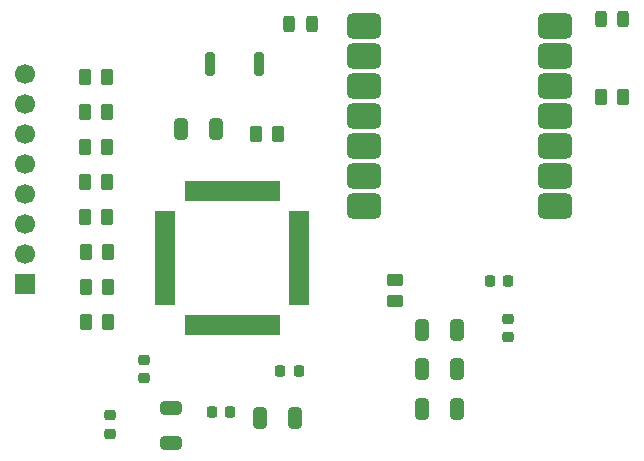
<source format=gbr>
%TF.GenerationSoftware,KiCad,Pcbnew,9.0.3*%
%TF.CreationDate,2026-02-26T20:24:34-03:00*%
%TF.ProjectId,EEGFrontier,45454746-726f-46e7-9469-65722e6b6963,rev?*%
%TF.SameCoordinates,Original*%
%TF.FileFunction,Soldermask,Top*%
%TF.FilePolarity,Negative*%
%FSLAX46Y46*%
G04 Gerber Fmt 4.6, Leading zero omitted, Abs format (unit mm)*
G04 Created by KiCad (PCBNEW 9.0.3) date 2026-02-26 20:24:34*
%MOMM*%
%LPD*%
G01*
G04 APERTURE LIST*
G04 Aperture macros list*
%AMRoundRect*
0 Rectangle with rounded corners*
0 $1 Rounding radius*
0 $2 $3 $4 $5 $6 $7 $8 $9 X,Y pos of 4 corners*
0 Add a 4 corners polygon primitive as box body*
4,1,4,$2,$3,$4,$5,$6,$7,$8,$9,$2,$3,0*
0 Add four circle primitives for the rounded corners*
1,1,$1+$1,$2,$3*
1,1,$1+$1,$4,$5*
1,1,$1+$1,$6,$7*
1,1,$1+$1,$8,$9*
0 Add four rect primitives between the rounded corners*
20,1,$1+$1,$2,$3,$4,$5,0*
20,1,$1+$1,$4,$5,$6,$7,0*
20,1,$1+$1,$6,$7,$8,$9,0*
20,1,$1+$1,$8,$9,$2,$3,0*%
G04 Aperture macros list end*
%ADD10R,1.700000X1.700000*%
%ADD11C,1.700000*%
%ADD12RoundRect,0.225000X0.250000X-0.225000X0.250000X0.225000X-0.250000X0.225000X-0.250000X-0.225000X0*%
%ADD13RoundRect,0.060500X-0.181500X-0.821500X0.181500X-0.821500X0.181500X0.821500X-0.181500X0.821500X0*%
%ADD14RoundRect,0.060500X-0.821500X-0.181500X0.821500X-0.181500X0.821500X0.181500X-0.821500X0.181500X0*%
%ADD15RoundRect,0.551000X-0.926000X-0.551000X0.926000X-0.551000X0.926000X0.551000X-0.926000X0.551000X0*%
%ADD16RoundRect,0.200000X0.200000X0.800000X-0.200000X0.800000X-0.200000X-0.800000X0.200000X-0.800000X0*%
%ADD17RoundRect,0.250000X0.262500X0.450000X-0.262500X0.450000X-0.262500X-0.450000X0.262500X-0.450000X0*%
%ADD18RoundRect,0.250000X-0.262500X-0.450000X0.262500X-0.450000X0.262500X0.450000X-0.262500X0.450000X0*%
%ADD19RoundRect,0.250000X-0.450000X0.262500X-0.450000X-0.262500X0.450000X-0.262500X0.450000X0.262500X0*%
%ADD20RoundRect,0.243750X-0.243750X-0.456250X0.243750X-0.456250X0.243750X0.456250X-0.243750X0.456250X0*%
%ADD21RoundRect,0.250000X-0.325000X-0.650000X0.325000X-0.650000X0.325000X0.650000X-0.325000X0.650000X0*%
%ADD22RoundRect,0.250000X0.325000X0.650000X-0.325000X0.650000X-0.325000X-0.650000X0.325000X-0.650000X0*%
%ADD23RoundRect,0.225000X-0.225000X-0.250000X0.225000X-0.250000X0.225000X0.250000X-0.225000X0.250000X0*%
%ADD24RoundRect,0.250000X0.650000X-0.325000X0.650000X0.325000X-0.650000X0.325000X-0.650000X-0.325000X0*%
%ADD25RoundRect,0.225000X-0.250000X0.225000X-0.250000X-0.225000X0.250000X-0.225000X0.250000X0.225000X0*%
%ADD26RoundRect,0.225000X0.225000X0.250000X-0.225000X0.250000X-0.225000X-0.250000X0.225000X-0.250000X0*%
G04 APERTURE END LIST*
D10*
%TO.C,J1*%
X110100000Y-87335000D03*
D11*
X110100000Y-84795000D03*
X110100000Y-82255000D03*
X110100000Y-79715000D03*
X110100000Y-77175000D03*
X110100000Y-74635000D03*
X110100000Y-72095000D03*
X110100000Y-69555000D03*
%TD*%
D12*
%TO.C,C1*%
X120150000Y-95275000D03*
X120150000Y-93725000D03*
%TD*%
D13*
%TO.C,U2*%
X123877500Y-90780000D03*
X124377500Y-90780000D03*
X124877500Y-90780000D03*
X125377500Y-90780000D03*
X125877500Y-90780000D03*
X126377500Y-90780000D03*
X126877500Y-90780000D03*
X127377500Y-90780000D03*
X127877500Y-90780000D03*
X128377500Y-90780000D03*
X128877500Y-90780000D03*
X129377500Y-90780000D03*
X129877500Y-90780000D03*
X130377500Y-90780000D03*
X130877500Y-90780000D03*
X131377500Y-90780000D03*
X131377500Y-79420000D03*
X130877500Y-79420000D03*
X130377500Y-79420000D03*
X129877500Y-79420000D03*
X129377500Y-79420000D03*
X128877500Y-79420000D03*
X128377500Y-79420000D03*
X127877500Y-79420000D03*
X127377500Y-79420000D03*
X126877500Y-79420000D03*
X126377500Y-79420000D03*
X125877500Y-79420000D03*
X125377500Y-79420000D03*
X124877500Y-79420000D03*
X124377500Y-79420000D03*
X123877500Y-79420000D03*
D14*
X121947500Y-81350000D03*
X121947500Y-81850000D03*
X121947500Y-82350000D03*
X121947500Y-82850000D03*
X121947500Y-83350000D03*
X121947500Y-83850000D03*
X121947500Y-84350000D03*
X121947500Y-84850000D03*
X121947500Y-85350000D03*
X121947500Y-85850000D03*
X121947500Y-86350000D03*
X121947500Y-86850000D03*
X121947500Y-87350000D03*
X121947500Y-87850000D03*
X121947500Y-88350000D03*
X121947500Y-88850000D03*
X133307500Y-88850000D03*
X133307500Y-88350000D03*
X133307500Y-87850000D03*
X133307500Y-87350000D03*
X133307500Y-86850000D03*
X133307500Y-86350000D03*
X133307500Y-85850000D03*
X133307500Y-85350000D03*
X133307500Y-84850000D03*
X133307500Y-84350000D03*
X133307500Y-83850000D03*
X133307500Y-83350000D03*
X133307500Y-82850000D03*
X133307500Y-82350000D03*
X133307500Y-81850000D03*
X133307500Y-81350000D03*
%TD*%
D15*
%TO.C,U1*%
X138750000Y-80720000D03*
X138750000Y-78180000D03*
X138750000Y-75640000D03*
X138750000Y-73100000D03*
X138750000Y-70560000D03*
X138750000Y-68020000D03*
X138750000Y-65480000D03*
X154950000Y-80720000D03*
X154950000Y-78180000D03*
X154950000Y-75640000D03*
X154950000Y-73100000D03*
X154950000Y-70560000D03*
X154950000Y-68020000D03*
X154950000Y-65480000D03*
%TD*%
D16*
%TO.C,SW1*%
X129900000Y-68650000D03*
X125700000Y-68650000D03*
%TD*%
D17*
%TO.C,R11*%
X116975000Y-69800000D03*
X115150000Y-69800000D03*
%TD*%
%TO.C,R10*%
X116975000Y-72750000D03*
X115150000Y-72750000D03*
%TD*%
%TO.C,R9*%
X116975000Y-75700000D03*
X115150000Y-75700000D03*
%TD*%
%TO.C,R8*%
X116975000Y-78650000D03*
X115150000Y-78650000D03*
%TD*%
%TO.C,R7*%
X116975000Y-81600000D03*
X115150000Y-81600000D03*
%TD*%
%TO.C,R6*%
X117087500Y-84575000D03*
X115262500Y-84575000D03*
%TD*%
%TO.C,R5*%
X117087500Y-87525000D03*
X115262500Y-87525000D03*
%TD*%
%TO.C,R4*%
X117087500Y-90475000D03*
X115262500Y-90475000D03*
%TD*%
D18*
%TO.C,R3*%
X158837500Y-71500000D03*
X160662500Y-71500000D03*
%TD*%
%TO.C,R2*%
X129650000Y-74575000D03*
X131475000Y-74575000D03*
%TD*%
D19*
%TO.C,R1*%
X141400000Y-86925000D03*
X141400000Y-88750000D03*
%TD*%
D20*
%TO.C,D2*%
X132450000Y-65300000D03*
X134325000Y-65300000D03*
%TD*%
%TO.C,D1*%
X158800000Y-64875000D03*
X160675000Y-64875000D03*
%TD*%
D21*
%TO.C,C12*%
X130000000Y-98625000D03*
X132950000Y-98625000D03*
%TD*%
D22*
%TO.C,C11*%
X126250000Y-74150000D03*
X123300000Y-74150000D03*
%TD*%
D21*
%TO.C,C10*%
X143662500Y-97855000D03*
X146612500Y-97855000D03*
%TD*%
%TO.C,C9*%
X143662500Y-94505000D03*
X146612500Y-94505000D03*
%TD*%
D23*
%TO.C,C8*%
X125900000Y-98125000D03*
X127450000Y-98125000D03*
%TD*%
%TO.C,C7*%
X131700000Y-94700000D03*
X133250000Y-94700000D03*
%TD*%
D21*
%TO.C,C6*%
X143662500Y-91155000D03*
X146612500Y-91155000D03*
%TD*%
D24*
%TO.C,C5*%
X122450000Y-100775000D03*
X122450000Y-97825000D03*
%TD*%
D25*
%TO.C,C4*%
X150925000Y-90225000D03*
X150925000Y-91775000D03*
%TD*%
D26*
%TO.C,C3*%
X150950000Y-87075000D03*
X149400000Y-87075000D03*
%TD*%
D12*
%TO.C,C2*%
X117250000Y-99975000D03*
X117250000Y-98425000D03*
%TD*%
M02*

</source>
